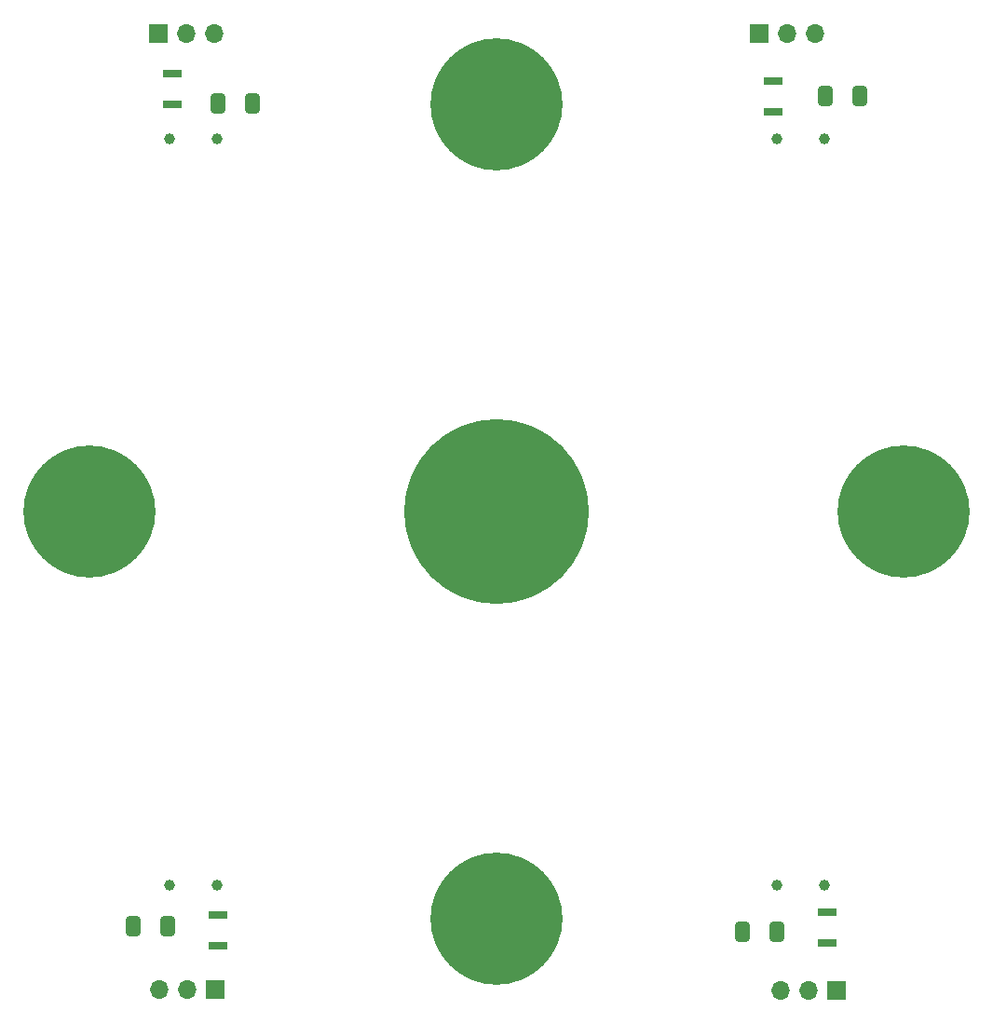
<source format=gbr>
%TF.GenerationSoftware,KiCad,Pcbnew,7.0.5-0*%
%TF.CreationDate,2023-07-05T09:28:37-04:00*%
%TF.ProjectId,quad_sipm,71756164-5f73-4697-906d-2e6b69636164,rev?*%
%TF.SameCoordinates,Original*%
%TF.FileFunction,Soldermask,Bot*%
%TF.FilePolarity,Negative*%
%FSLAX46Y46*%
G04 Gerber Fmt 4.6, Leading zero omitted, Abs format (unit mm)*
G04 Created by KiCad (PCBNEW 7.0.5-0) date 2023-07-05 09:28:37*
%MOMM*%
%LPD*%
G01*
G04 APERTURE LIST*
G04 Aperture macros list*
%AMRoundRect*
0 Rectangle with rounded corners*
0 $1 Rounding radius*
0 $2 $3 $4 $5 $6 $7 $8 $9 X,Y pos of 4 corners*
0 Add a 4 corners polygon primitive as box body*
4,1,4,$2,$3,$4,$5,$6,$7,$8,$9,$2,$3,0*
0 Add four circle primitives for the rounded corners*
1,1,$1+$1,$2,$3*
1,1,$1+$1,$4,$5*
1,1,$1+$1,$6,$7*
1,1,$1+$1,$8,$9*
0 Add four rect primitives between the rounded corners*
20,1,$1+$1,$2,$3,$4,$5,0*
20,1,$1+$1,$4,$5,$6,$7,0*
20,1,$1+$1,$6,$7,$8,$9,0*
20,1,$1+$1,$8,$9,$2,$3,0*%
G04 Aperture macros list end*
%ADD10C,1.000000*%
%ADD11C,16.800000*%
%ADD12C,12.000000*%
%ADD13R,1.700000X1.700000*%
%ADD14O,1.700000X1.700000*%
%ADD15RoundRect,0.250000X0.412500X0.650000X-0.412500X0.650000X-0.412500X-0.650000X0.412500X-0.650000X0*%
%ADD16RoundRect,0.250000X-0.412500X-0.650000X0.412500X-0.650000X0.412500X0.650000X-0.412500X0.650000X0*%
%ADD17R,1.699200X0.701600*%
G04 APERTURE END LIST*
D10*
%TO.C,D4*%
X74540000Y-66140000D03*
X70240000Y-66140000D03*
%TD*%
%TO.C,D3*%
X129785000Y-66140000D03*
X125485000Y-66140000D03*
%TD*%
%TO.C,D2*%
X70240000Y-133885000D03*
X74540000Y-133885000D03*
%TD*%
%TO.C,D1*%
X125485000Y-133885000D03*
X129785000Y-133885000D03*
%TD*%
D11*
%TO.C,H2*%
X100000000Y-100000000D03*
%TD*%
D12*
%TO.C,H3*%
X100000000Y-137000000D03*
%TD*%
%TO.C,H4*%
X137000000Y-100000000D03*
%TD*%
%TO.C,H5*%
X63000000Y-100000000D03*
%TD*%
%TO.C,H1*%
X100000000Y-63000000D03*
%TD*%
D13*
%TO.C,J1*%
X130855000Y-143465000D03*
D14*
X128315000Y-143465000D03*
X125775000Y-143465000D03*
%TD*%
D15*
%TO.C,C4*%
X77762500Y-62865000D03*
X74637500Y-62865000D03*
%TD*%
D13*
%TO.C,J3*%
X123825000Y-56515000D03*
D14*
X126365000Y-56515000D03*
X128905000Y-56515000D03*
%TD*%
D13*
%TO.C,J4*%
X69215000Y-56515000D03*
D14*
X71755000Y-56515000D03*
X74295000Y-56515000D03*
%TD*%
D15*
%TO.C,C3*%
X133007500Y-62230000D03*
X129882500Y-62230000D03*
%TD*%
D13*
%TO.C,J2*%
X74385000Y-143420000D03*
D14*
X71845000Y-143420000D03*
X69305000Y-143420000D03*
%TD*%
D16*
%TO.C,C1*%
X122351000Y-138176000D03*
X125476000Y-138176000D03*
%TD*%
%TO.C,C2*%
X66979000Y-137668000D03*
X70104000Y-137668000D03*
%TD*%
D17*
%TO.C,R3*%
X125095000Y-60829200D03*
X125095000Y-63630800D03*
%TD*%
%TO.C,R4*%
X70485000Y-62995800D03*
X70485000Y-60194200D03*
%TD*%
%TO.C,R2*%
X74676000Y-136652000D03*
X74676000Y-139453600D03*
%TD*%
%TO.C,R1*%
X130048000Y-136390400D03*
X130048000Y-139192000D03*
%TD*%
M02*

</source>
